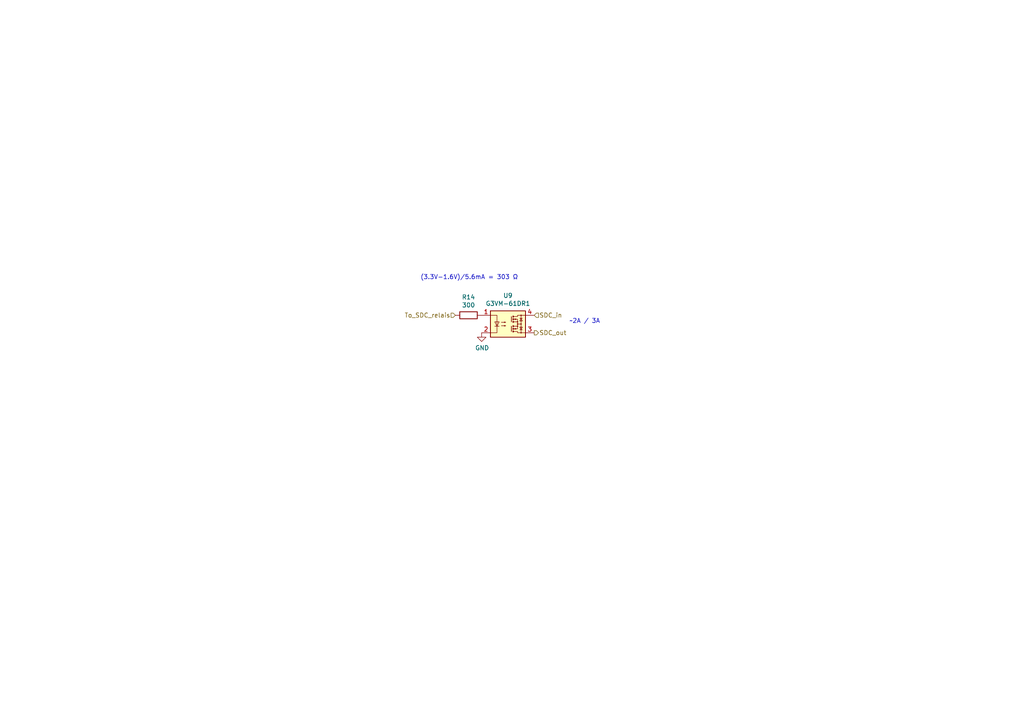
<source format=kicad_sch>
(kicad_sch (version 20211123) (generator eeschema)
  (paper "A4")
  (title_block (title "SDCL - SDC  Relay") (date "2021-12-16") (rev "v1.0") (company "FaSTTUBe - Formula Student Team TU Berlin") (comment 1 "Car 113") (comment 2 "EBS Electronics") (comment 3 "Solid-State relay switching the SDC right before TSMS"))
  (lib_symbols
    (symbol "Device:R" (pin_numbers hide) (pin_names (offset 0))
      (property "Reference" "R" (at 2.032 0 90))
      (property "Value" "R" (at 0 0 90))
      (symbol "R_0_1"
        (rectangle (start -1.016 -2.54) (end 1.016 2.54) (stroke (width 0.254)))
      )
      (symbol "R_1_1"
        (pin passive line (at 0 3.81 270) (length 1.27) (name "~") (number "1"))
        (pin passive line (at 0 -3.81 90) (length 1.27) (name "~") (number "2"))
      )
    )
    (symbol "Relay_SolidState:CPC1017N"
      (property "Reference" "U" (at -5.08 5.08 0))
      (property "Value" "CPC1017N" (at 0 5.08 0))
      (symbol "CPC1017N_0_1"
        (rectangle (start -5.08 3.81) (end 5.08 -3.81) (stroke (width 0.254)) (fill (type background)))
        (polyline (pts (xy -3.81 -0.635) (xy -2.54 -0.635)))
        (polyline (pts (xy 1.016 -0.635) (xy 1.016 -2.159)) (stroke (width 0.2032)))
        (polyline (pts (xy 1.016 2.159) (xy 1.016 0.635)) (stroke (width 0.2032)))
        (polyline (pts (xy 1.524 -0.508) (xy 1.524 -0.762)) (stroke (width 0.3556)))
        (polyline (pts (xy 2.794 0) (xy 3.81 0)))
        (polyline (pts (xy 3.429 -1.651) (xy 4.191 -1.651)))
        (polyline (pts (xy 3.429 1.651) (xy 4.191 1.651)))
        (polyline (pts (xy 3.81 -2.54) (xy 3.81 2.54)))
        (polyline (pts (xy 1.524 -2.032) (xy 1.524 -2.286) (xy 1.524 -2.286)) (stroke (width 0.3556)))
        (polyline (pts (xy 1.524 -1.27) (xy 1.524 -1.524) (xy 1.524 -1.524)) (stroke (width 0.3556)))
        (polyline (pts (xy 1.524 0.762) (xy 1.524 0.508) (xy 1.524 0.508)) (stroke (width 0.3556)))
        (polyline (pts (xy 1.524 1.524) (xy 1.524 1.27) (xy 1.524 1.27)) (stroke (width 0.3556)))
        (polyline (pts (xy 1.524 2.286) (xy 1.524 2.032) (xy 1.524 2.032)) (stroke (width 0.3556)))
        (polyline (pts (xy 1.651 -1.397) (xy 2.794 -1.397) (xy 2.794 -0.635)))
        (polyline (pts (xy 1.651 1.397) (xy 2.794 1.397) (xy 2.794 0.635)))
        (polyline (pts (xy -5.08 2.54) (xy -3.175 2.54) (xy -3.175 -2.54) (xy -5.08 -2.54)))
        (polyline (pts (xy -3.175 -0.635) (xy -3.81 0.635) (xy -2.54 0.635) (xy -3.175 -0.635)))
        (polyline (pts (xy 1.651 -2.159) (xy 2.794 -2.159) (xy 2.794 -2.54) (xy 5.08 -2.54)))
        (polyline (pts (xy 1.651 -0.635) (xy 2.794 -0.635) (xy 2.794 0.635) (xy 1.651 0.635)))
        (polyline (pts (xy 1.651 2.159) (xy 2.794 2.159) (xy 2.794 2.54) (xy 5.08 2.54)))
        (polyline (pts (xy 1.778 -1.397) (xy 2.286 -1.27) (xy 2.286 -1.524) (xy 1.778 -1.397)))
        (polyline (pts (xy 1.778 1.397) (xy 2.286 1.524) (xy 2.286 1.27) (xy 1.778 1.397)))
        (polyline (pts (xy 3.81 -1.651) (xy 3.429 -0.889) (xy 4.191 -0.889) (xy 3.81 -1.651)))
        (polyline (pts (xy 3.81 1.651) (xy 3.429 0.889) (xy 4.191 0.889) (xy 3.81 1.651)))
        (polyline (pts (xy -1.905 -0.508) (xy -0.635 -0.508) (xy -1.016 -0.635) (xy -1.016 -0.381) (xy -0.635 -0.508)))
        (polyline (pts (xy -1.905 0.508) (xy -0.635 0.508) (xy -1.016 0.381) (xy -1.016 0.635) (xy -0.635 0.508)))
        (circle (center 2.794 -0.635) (radius 0.127))
        (circle (center 2.794 0) (radius 0.127))
        (circle (center 2.794 0.635) (radius 0.127))
        (circle (center 3.81 -2.54) (radius 0.127))
        (circle (center 3.81 0) (radius 0.127))
        (circle (center 3.81 2.54) (radius 0.127))
      )
      (symbol "CPC1017N_1_1"
        (pin passive line (at -7.62 2.54 0) (length 2.54) (name "~") (number "1"))
        (pin passive line (at -7.62 -2.54 0) (length 2.54) (name "~") (number "2"))
        (pin passive line (at 7.62 -2.54 180) (length 2.54) (name "~") (number "3"))
        (pin passive line (at 7.62 2.54 180) (length 2.54) (name "~") (number "4"))
      )
    )
    (symbol "power:GND" (power) (pin_names (offset 0))
      (property "Value" "GND" (at 0 -3.81 0))
      (symbol "GND_0_1"
        (polyline (pts (xy 0 0) (xy 0 -1.27) (xy 1.27 -1.27) (xy 0 -2.54) (xy -1.27 -1.27) (xy 0 -1.27)))
      )
      (symbol "GND_1_1"
        (pin power_in line (at 0 0 270) (length 0) hide (name "GND") (number "1"))
      )
    )
  )
  (text "~2A / 3A" (at 165.1 93.98 0) (effects (font (size 1.27 1.27)) (justify left bottom)))
  (text "(3.3V−1.6V)/5.6mA = 303 Ω" (at 121.92 81.28 0) (effects (font (size 1.27 1.27)) (justify left bottom)))
  (hierarchical_label "To_SDC_relais" (shape input) (at 132.08 91.44 180))
  (hierarchical_label "SDC_out" (shape output) (at 154.94 96.52 0))
  (hierarchical_label "SDC_in" (shape input) (at 154.94 91.44 0))
  (symbol (lib_id "power:GND") (at 139.7 96.52 0) (unit 1)
    (property "Reference" "#PWR0149" (effects hide))
    (property "Value" "GND" (at 139.827 100.9142 0))
  )
  (symbol (lib_id "Relay_SolidState:CPC1017N") (at 147.32 93.98 0) (unit 1)
    (property "Reference" "U9" (at 147.32 85.725 0))
    (property "Value" "G3VM-61DR1" (at 147.32 88.0364 0))
    (property "Footprint" "Package_DIP:DIP-4_W7.62mm_SMDSocket_SmallPads" (effects hide))
    (property "Datasheet" "http://www.ixysic.com/home/pdfs.nsf/www/CPC1017N.pdf/$file/CPC1017N.pdf" (effects hide))
  )
  (symbol (lib_id "Device:R") (at 135.89 91.44 90) (unit 1)
    (property "Reference" "R14" (at 135.89 86.1822 90))
    (property "Value" "300" (at 135.89 88.4936 90))
    (property "Footprint" "Resistor_SMD:R_0603_1608Metric_Pad0.98x0.95mm_HandSolder" (effects hide))
  )
)
</source>
